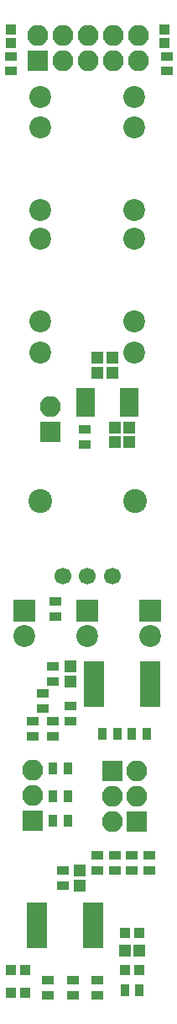
<source format=gbr>
G04 #@! TF.GenerationSoftware,KiCad,Pcbnew,(5.0.0)*
G04 #@! TF.CreationDate,2019-01-08T13:59:11-08:00*
G04 #@! TF.ProjectId,pcb,7063622E6B696361645F706362000000,rev?*
G04 #@! TF.SameCoordinates,Original*
G04 #@! TF.FileFunction,Soldermask,Top*
G04 #@! TF.FilePolarity,Negative*
%FSLAX46Y46*%
G04 Gerber Fmt 4.6, Leading zero omitted, Abs format (unit mm)*
G04 Created by KiCad (PCBNEW (5.0.0)) date 01/08/19 13:59:11*
%MOMM*%
%LPD*%
G01*
G04 APERTURE LIST*
%ADD10R,1.150000X1.200000*%
%ADD11R,1.200000X1.150000*%
%ADD12R,1.000000X1.100000*%
%ADD13C,1.700000*%
%ADD14C,2.400000*%
%ADD15R,1.300000X0.900000*%
%ADD16R,0.900000X1.300000*%
%ADD17R,1.100000X1.000000*%
%ADD18C,2.200000*%
%ADD19O,2.100000X2.100000*%
%ADD20R,2.100000X2.100000*%
%ADD21R,2.076400X0.755600*%
%ADD22R,1.822400X0.831800*%
%ADD23R,2.200000X2.200000*%
G04 APERTURE END LIST*
D10*
G04 #@! TO.C,C10*
X146750000Y-114750000D03*
X146750000Y-116250000D03*
G04 #@! TD*
D11*
G04 #@! TO.C,C14*
X153750000Y-143250000D03*
X152250000Y-143250000D03*
G04 #@! TD*
D12*
G04 #@! TO.C,D8*
X140800000Y-147500000D03*
X142200000Y-147500000D03*
G04 #@! TD*
D13*
G04 #@! TO.C,R7*
X146000000Y-105650000D03*
X148500000Y-105650000D03*
X151000000Y-105650000D03*
D14*
X143700000Y-98150000D03*
X153300000Y-98150000D03*
G04 #@! TD*
D10*
G04 #@! TO.C,C15*
X152750000Y-92250000D03*
X152750000Y-90750000D03*
G04 #@! TD*
G04 #@! TO.C,C11*
X147750000Y-136750000D03*
X147750000Y-135250000D03*
G04 #@! TD*
G04 #@! TO.C,C7*
X151250000Y-92250000D03*
X151250000Y-90750000D03*
G04 #@! TD*
D11*
G04 #@! TO.C,C6*
X149500000Y-83750000D03*
X151000000Y-83750000D03*
G04 #@! TD*
G04 #@! TO.C,C4*
X151000000Y-85250000D03*
X149500000Y-85250000D03*
G04 #@! TD*
D15*
G04 #@! TO.C,L1*
X140750000Y-53500000D03*
X140750000Y-55000000D03*
G04 #@! TD*
G04 #@! TO.C,L2*
X156500000Y-55000000D03*
X156500000Y-53500000D03*
G04 #@! TD*
G04 #@! TO.C,R34*
X147000000Y-147750000D03*
X147000000Y-146250000D03*
G04 #@! TD*
G04 #@! TO.C,R33*
X144500000Y-147750000D03*
X144500000Y-146250000D03*
G04 #@! TD*
D16*
G04 #@! TO.C,R20*
X145000000Y-125000000D03*
X146500000Y-125000000D03*
G04 #@! TD*
G04 #@! TO.C,R21*
X146500000Y-127750000D03*
X145000000Y-127750000D03*
G04 #@! TD*
G04 #@! TO.C,R30*
X153750000Y-147250000D03*
X152250000Y-147250000D03*
G04 #@! TD*
D15*
G04 #@! TO.C,R23*
X149500000Y-135250000D03*
X149500000Y-133750000D03*
G04 #@! TD*
G04 #@! TO.C,R24*
X151250000Y-133750000D03*
X151250000Y-135250000D03*
G04 #@! TD*
G04 #@! TO.C,R25*
X153000000Y-135250000D03*
X153000000Y-133750000D03*
G04 #@! TD*
D16*
G04 #@! TO.C,R18*
X151500000Y-121500000D03*
X150000000Y-121500000D03*
G04 #@! TD*
D15*
G04 #@! TO.C,R26*
X154750000Y-135250000D03*
X154750000Y-133750000D03*
G04 #@! TD*
G04 #@! TO.C,R27*
X146000000Y-136750000D03*
X146000000Y-135250000D03*
G04 #@! TD*
G04 #@! TO.C,R17*
X145000000Y-121750000D03*
X145000000Y-120250000D03*
G04 #@! TD*
D16*
G04 #@! TO.C,R19*
X154500000Y-121500000D03*
X153000000Y-121500000D03*
G04 #@! TD*
D15*
G04 #@! TO.C,R6*
X148250000Y-92500000D03*
X148250000Y-91000000D03*
G04 #@! TD*
G04 #@! TO.C,R9*
X145250000Y-109750000D03*
X145250000Y-108250000D03*
G04 #@! TD*
G04 #@! TO.C,R13*
X144000000Y-119000000D03*
X144000000Y-117500000D03*
G04 #@! TD*
G04 #@! TO.C,R14*
X145000000Y-116250000D03*
X145000000Y-114750000D03*
G04 #@! TD*
G04 #@! TO.C,R15*
X143000000Y-120250000D03*
X143000000Y-121750000D03*
G04 #@! TD*
G04 #@! TO.C,R16*
X146750000Y-118750000D03*
X146750000Y-120250000D03*
G04 #@! TD*
D16*
G04 #@! TO.C,R22*
X145000000Y-130250000D03*
X146500000Y-130250000D03*
G04 #@! TD*
D12*
G04 #@! TO.C,D5*
X153700000Y-145250000D03*
X152300000Y-145250000D03*
G04 #@! TD*
G04 #@! TO.C,D7*
X142200000Y-145250000D03*
X140800000Y-145250000D03*
G04 #@! TD*
D17*
G04 #@! TO.C,D2*
X156250000Y-52200000D03*
X156250000Y-50800000D03*
G04 #@! TD*
G04 #@! TO.C,D1*
X140750000Y-52200000D03*
X140750000Y-50800000D03*
G04 #@! TD*
D12*
G04 #@! TO.C,D6*
X152300000Y-141500000D03*
X153700000Y-141500000D03*
G04 #@! TD*
D18*
G04 #@! TO.C,J1*
X143750000Y-68970000D03*
X143750000Y-57570000D03*
X143750000Y-60670000D03*
G04 #@! TD*
G04 #@! TO.C,J2*
X153250000Y-60670000D03*
X153250000Y-57570000D03*
X153250000Y-68970000D03*
G04 #@! TD*
G04 #@! TO.C,J3*
X143750000Y-71830000D03*
X143750000Y-83230000D03*
X143750000Y-80130000D03*
G04 #@! TD*
G04 #@! TO.C,J4*
X153250000Y-80130000D03*
X153250000Y-83230000D03*
X153250000Y-71830000D03*
G04 #@! TD*
D19*
G04 #@! TO.C,MIC1*
X144750000Y-88710000D03*
D20*
X144750000Y-91250000D03*
G04 #@! TD*
D19*
G04 #@! TO.C,Attack1*
X153500000Y-125220000D03*
X153500000Y-127760000D03*
D20*
X153500000Y-130300000D03*
G04 #@! TD*
G04 #@! TO.C,Decay1*
X151000000Y-125250000D03*
D19*
X151000000Y-127790000D03*
X151000000Y-130330000D03*
G04 #@! TD*
G04 #@! TO.C,Gate1*
X143000000Y-125170000D03*
X143000000Y-127710000D03*
D20*
X143000000Y-130250000D03*
G04 #@! TD*
D21*
G04 #@! TO.C,U2*
X154819400Y-114550001D03*
X154819400Y-115200000D03*
X154819400Y-115850001D03*
X154819400Y-116500000D03*
X154819400Y-117150001D03*
X154819400Y-117800000D03*
X154819400Y-118450001D03*
X149180600Y-118449999D03*
X149180600Y-117800000D03*
X149180600Y-117149999D03*
X149180600Y-116500000D03*
X149180600Y-115850001D03*
X149180600Y-115200000D03*
X149180600Y-114549999D03*
G04 #@! TD*
G04 #@! TO.C,U3*
X143430600Y-138799999D03*
X143430600Y-139450000D03*
X143430600Y-140100001D03*
X143430600Y-140750000D03*
X143430600Y-141399999D03*
X143430600Y-142050000D03*
X143430600Y-142699999D03*
X149069400Y-142700001D03*
X149069400Y-142050000D03*
X149069400Y-141400001D03*
X149069400Y-140750000D03*
X149069400Y-140100001D03*
X149069400Y-139450000D03*
X149069400Y-138800001D03*
G04 #@! TD*
D22*
G04 #@! TO.C,U1*
X148328300Y-87275001D03*
X148328300Y-87924999D03*
X148328300Y-88575001D03*
X148328300Y-89224999D03*
X152671700Y-89224999D03*
X152671700Y-88575001D03*
X152671700Y-87924999D03*
X152671700Y-87275001D03*
G04 #@! TD*
D19*
G04 #@! TO.C,JP4*
X153660000Y-51460000D03*
X153660000Y-54000000D03*
X151120000Y-51460000D03*
X151120000Y-54000000D03*
X148580000Y-51460000D03*
X148580000Y-54000000D03*
X146040000Y-51460000D03*
X146040000Y-54000000D03*
X143500000Y-51460000D03*
D20*
X143500000Y-54000000D03*
G04 #@! TD*
D18*
G04 #@! TO.C,LED1*
X142110000Y-111690000D03*
D23*
X142110000Y-109150000D03*
G04 #@! TD*
D18*
G04 #@! TO.C,LED2*
X148480000Y-111690000D03*
D23*
X148480000Y-109150000D03*
G04 #@! TD*
G04 #@! TO.C,LED3*
X154790000Y-109150000D03*
D18*
X154790000Y-111690000D03*
G04 #@! TD*
D15*
G04 #@! TO.C,R35*
X149500000Y-147750000D03*
X149500000Y-146250000D03*
G04 #@! TD*
M02*

</source>
